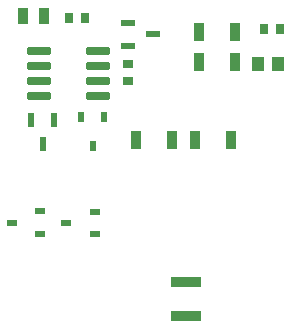
<source format=gbr>
%TF.GenerationSoftware,KiCad,Pcbnew,8.0.8*%
%TF.CreationDate,2025-04-04T13:22:33-04:00*%
%TF.ProjectId,Precharge Module V4.0,50726563-6861-4726-9765-204d6f64756c,rev?*%
%TF.SameCoordinates,Original*%
%TF.FileFunction,Paste,Top*%
%TF.FilePolarity,Positive*%
%FSLAX46Y46*%
G04 Gerber Fmt 4.6, Leading zero omitted, Abs format (unit mm)*
G04 Created by KiCad (PCBNEW 8.0.8) date 2025-04-04 13:22:33*
%MOMM*%
%LPD*%
G01*
G04 APERTURE LIST*
G04 Aperture macros list*
%AMRoundRect*
0 Rectangle with rounded corners*
0 $1 Rounding radius*
0 $2 $3 $4 $5 $6 $7 $8 $9 X,Y pos of 4 corners*
0 Add a 4 corners polygon primitive as box body*
4,1,4,$2,$3,$4,$5,$6,$7,$8,$9,$2,$3,0*
0 Add four circle primitives for the rounded corners*
1,1,$1+$1,$2,$3*
1,1,$1+$1,$4,$5*
1,1,$1+$1,$6,$7*
1,1,$1+$1,$8,$9*
0 Add four rect primitives between the rounded corners*
20,1,$1+$1,$2,$3,$4,$5,0*
20,1,$1+$1,$4,$5,$6,$7,0*
20,1,$1+$1,$6,$7,$8,$9,0*
20,1,$1+$1,$8,$9,$2,$3,0*%
G04 Aperture macros list end*
%ADD10R,0.863600X1.600200*%
%ADD11R,1.219200X0.558800*%
%ADD12R,0.711200X0.939800*%
%ADD13R,2.500000X0.955600*%
%ADD14R,0.533400X1.168400*%
%ADD15R,1.016000X1.193800*%
%ADD16R,0.855600X1.600000*%
%ADD17R,0.863600X0.558800*%
%ADD18R,0.939800X0.711200*%
%ADD19RoundRect,0.075000X-0.910000X-0.225000X0.910000X-0.225000X0.910000X0.225000X-0.910000X0.225000X0*%
%ADD20R,0.558800X0.863600*%
%ADD21R,0.812800X1.346200*%
G04 APERTURE END LIST*
D10*
%TO.C,D3*%
X70100000Y-31800000D03*
X67052000Y-31800000D03*
%TD*%
D11*
%TO.C,Q1*%
X61033200Y-28519000D03*
X61033200Y-30424000D03*
X63166800Y-29471500D03*
%TD*%
D12*
%TO.C,R3*%
X72500000Y-29000000D03*
X73897000Y-29000000D03*
%TD*%
D13*
%TO.C,C3*%
X65900000Y-53355602D03*
X65900000Y-50400000D03*
%TD*%
D10*
%TO.C,D2*%
X70100000Y-29300000D03*
X67052000Y-29300000D03*
%TD*%
D14*
%TO.C,U5*%
X54752500Y-36684000D03*
X52847500Y-36684000D03*
X53800000Y-38716000D03*
%TD*%
D15*
%TO.C,R9*%
X73750900Y-32000000D03*
X72049100Y-32000000D03*
%TD*%
D16*
%TO.C,C1*%
X61672199Y-38400000D03*
X64727801Y-38400000D03*
%TD*%
%TO.C,C2*%
X66672199Y-38400000D03*
X69727801Y-38400000D03*
%TD*%
D12*
%TO.C,R5*%
X56001500Y-28100000D03*
X57398500Y-28100000D03*
%TD*%
D17*
%TO.C,U2*%
X58200000Y-46405000D03*
X58200000Y-44500000D03*
X55812400Y-45452500D03*
%TD*%
%TO.C,U3*%
X53593800Y-46352500D03*
X53593800Y-44447500D03*
X51206200Y-45400000D03*
%TD*%
D18*
%TO.C,R4*%
X61000000Y-33398500D03*
X61000000Y-32001500D03*
%TD*%
D19*
%TO.C,U1*%
X53530000Y-30895000D03*
X53530000Y-32165000D03*
X53530000Y-33435000D03*
X53530000Y-34705000D03*
X58470000Y-34705000D03*
X58470000Y-33435000D03*
X58470000Y-32165000D03*
X58470000Y-30895000D03*
%TD*%
D20*
%TO.C,U4*%
X58981000Y-36506200D03*
X57076000Y-36506200D03*
X58028500Y-38893800D03*
%TD*%
D21*
%TO.C,R1*%
X52100000Y-27900000D03*
X53903400Y-27900000D03*
%TD*%
M02*

</source>
